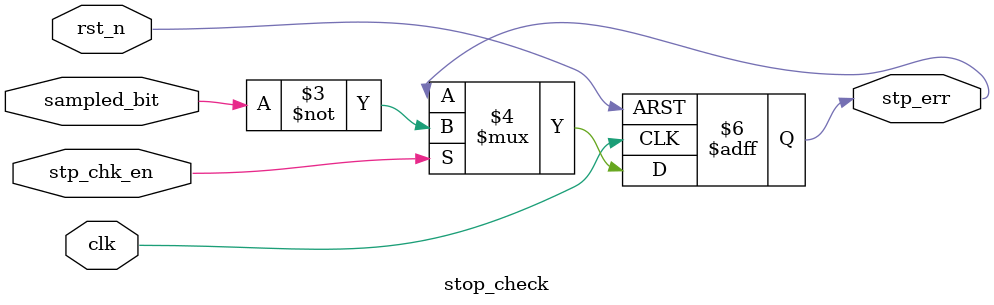
<source format=v>
module stop_check(
    input stp_chk_en,
    input clk,
    input rst_n,
    input sampled_bit,
    output reg stp_err
);  

    always @(posedge clk or negedge rst_n) begin
        if (!rst_n) begin
            stp_err <= 0;
        end
        else if (stp_chk_en) begin
            stp_err <= (sampled_bit != 1);
        end
    end
endmodule
</source>
